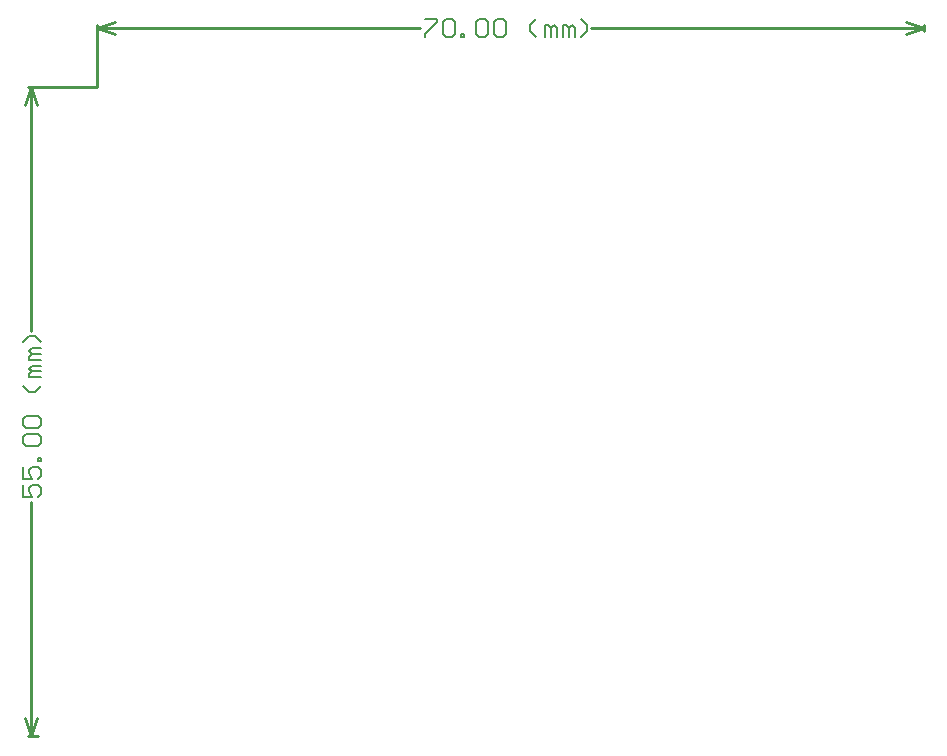
<source format=gm1>
G04*
G04 #@! TF.GenerationSoftware,Altium Limited,Altium Designer,22.2.1 (43)*
G04*
G04 Layer_Color=16711935*
%FSLAX25Y25*%
%MOIN*%
G70*
G04*
G04 #@! TF.SameCoordinates,7339C814-AE53-45AD-ACDF-668E24E4BB01*
G04*
G04*
G04 #@! TF.FilePolarity,Positive*
G04*
G01*
G75*
%ADD10C,0.01000*%
%ADD13C,0.00600*%
D10*
X0Y236221D02*
X6000Y238221D01*
X0Y236221D02*
X6000Y234221D01*
X269590D02*
X275590Y236221D01*
X269590Y238221D02*
X275590Y236221D01*
X0D02*
X107661D01*
X164844D02*
X275590D01*
X0Y216535D02*
Y237221D01*
X275590Y235221D02*
Y237221D01*
X-22047Y216535D02*
X-20047Y210535D01*
X-24047D02*
X-22047Y216535D01*
X-24047Y6000D02*
X-22047Y0D01*
X-20047Y6000D01*
X-22047Y135259D02*
Y216535D01*
Y0D02*
Y78076D01*
X-23047Y216535D02*
X0D01*
X-23047Y0D02*
X-19685D01*
D13*
X109261Y239275D02*
X113260D01*
Y238276D01*
X109261Y234277D01*
Y233277D01*
X115260Y238276D02*
X116259Y239275D01*
X118259D01*
X119258Y238276D01*
Y234277D01*
X118259Y233277D01*
X116259D01*
X115260Y234277D01*
Y238276D01*
X121257Y233277D02*
Y234277D01*
X122257D01*
Y233277D01*
X121257D01*
X126256Y238276D02*
X127256Y239275D01*
X129255D01*
X130255Y238276D01*
Y234277D01*
X129255Y233277D01*
X127256D01*
X126256Y234277D01*
Y238276D01*
X132254D02*
X133254Y239275D01*
X135253D01*
X136253Y238276D01*
Y234277D01*
X135253Y233277D01*
X133254D01*
X132254Y234277D01*
Y238276D01*
X146249Y233277D02*
X144250Y235277D01*
Y237276D01*
X146249Y239275D01*
X149249Y233277D02*
Y237276D01*
X150248D01*
X151248Y236276D01*
Y233277D01*
Y236276D01*
X152248Y237276D01*
X153247Y236276D01*
Y233277D01*
X155246D02*
Y237276D01*
X156246D01*
X157246Y236276D01*
Y233277D01*
Y236276D01*
X158246Y237276D01*
X159245Y236276D01*
Y233277D01*
X161245D02*
X163244Y235277D01*
Y237276D01*
X161245Y239275D01*
X-24446Y83675D02*
Y79676D01*
X-21447D01*
X-22447Y81676D01*
Y82675D01*
X-21447Y83675D01*
X-19448D01*
X-18448Y82675D01*
Y80676D01*
X-19448Y79676D01*
X-24446Y89673D02*
Y85675D01*
X-21447D01*
X-22447Y87674D01*
Y88674D01*
X-21447Y89673D01*
X-19448D01*
X-18448Y88674D01*
Y86674D01*
X-19448Y85675D01*
X-18448Y91673D02*
X-19448D01*
Y92672D01*
X-18448D01*
Y91673D01*
X-23447Y96671D02*
X-24446Y97671D01*
Y99670D01*
X-23447Y100670D01*
X-19448D01*
X-18448Y99670D01*
Y97671D01*
X-19448Y96671D01*
X-23447D01*
Y102669D02*
X-24446Y103669D01*
Y105668D01*
X-23447Y106668D01*
X-19448D01*
X-18448Y105668D01*
Y103669D01*
X-19448Y102669D01*
X-23447D01*
X-18448Y116665D02*
X-20448Y114665D01*
X-22447D01*
X-24446Y116665D01*
X-18448Y119664D02*
X-22447D01*
Y120663D01*
X-21447Y121663D01*
X-18448D01*
X-21447D01*
X-22447Y122662D01*
X-21447Y123662D01*
X-18448D01*
Y125662D02*
X-22447D01*
Y126661D01*
X-21447Y127661D01*
X-18448D01*
X-21447D01*
X-22447Y128661D01*
X-21447Y129660D01*
X-18448D01*
Y131660D02*
X-20448Y133659D01*
X-22447D01*
X-24446Y131660D01*
M02*

</source>
